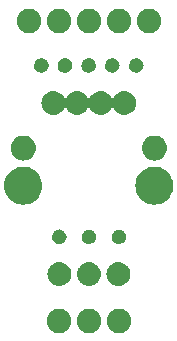
<source format=gbr>
G04 EAGLE Gerber RS-274X export*
G75*
%MOMM*%
%FSLAX34Y34*%
%LPD*%
%INSoldermask Top*%
%IPPOS*%
%AMOC8*
5,1,8,0,0,1.08239X$1,22.5*%
G01*
%ADD10C,2.082800*%

G36*
X107905Y187012D02*
X107905Y187012D01*
X107948Y187024D01*
X108014Y187032D01*
X109613Y187460D01*
X109654Y187479D01*
X109717Y187498D01*
X111218Y188198D01*
X111255Y188224D01*
X111314Y188253D01*
X112670Y189203D01*
X112702Y189235D01*
X112755Y189274D01*
X113926Y190445D01*
X113951Y190482D01*
X113997Y190530D01*
X114947Y191886D01*
X114966Y191927D01*
X115002Y191982D01*
X115702Y193483D01*
X115713Y193526D01*
X115740Y193587D01*
X116168Y195186D01*
X116172Y195231D01*
X116188Y195295D01*
X116332Y196945D01*
X116328Y196989D01*
X116332Y197055D01*
X116188Y198705D01*
X116176Y198748D01*
X116168Y198814D01*
X115740Y200413D01*
X115721Y200454D01*
X115702Y200517D01*
X115002Y202018D01*
X114976Y202055D01*
X114947Y202114D01*
X113997Y203470D01*
X113965Y203502D01*
X113926Y203555D01*
X112755Y204726D01*
X112718Y204751D01*
X112670Y204797D01*
X111314Y205747D01*
X111273Y205766D01*
X111218Y205802D01*
X109717Y206502D01*
X109674Y206513D01*
X109613Y206540D01*
X108014Y206968D01*
X107969Y206972D01*
X107905Y206988D01*
X106255Y207132D01*
X106211Y207128D01*
X106145Y207132D01*
X104495Y206988D01*
X104452Y206976D01*
X104386Y206968D01*
X102787Y206540D01*
X102746Y206521D01*
X102683Y206502D01*
X101182Y205802D01*
X101145Y205776D01*
X101086Y205747D01*
X99730Y204797D01*
X99698Y204765D01*
X99645Y204726D01*
X98474Y203555D01*
X98449Y203518D01*
X98403Y203470D01*
X97453Y202114D01*
X97435Y202073D01*
X97398Y202018D01*
X96698Y200517D01*
X96687Y200474D01*
X96660Y200413D01*
X96232Y198814D01*
X96228Y198769D01*
X96212Y198705D01*
X96200Y198562D01*
X96188Y198705D01*
X96176Y198748D01*
X96168Y198814D01*
X95740Y200413D01*
X95721Y200454D01*
X95702Y200517D01*
X95002Y202018D01*
X94976Y202055D01*
X94947Y202114D01*
X93997Y203470D01*
X93965Y203502D01*
X93926Y203555D01*
X92755Y204726D01*
X92718Y204751D01*
X92670Y204797D01*
X91314Y205747D01*
X91273Y205766D01*
X91218Y205802D01*
X89717Y206502D01*
X89674Y206513D01*
X89613Y206540D01*
X88014Y206968D01*
X87969Y206972D01*
X87905Y206988D01*
X86255Y207132D01*
X86211Y207128D01*
X86145Y207132D01*
X84495Y206988D01*
X84452Y206976D01*
X84386Y206968D01*
X82787Y206540D01*
X82746Y206521D01*
X82683Y206502D01*
X81182Y205802D01*
X81145Y205776D01*
X81086Y205747D01*
X79730Y204797D01*
X79698Y204765D01*
X79645Y204726D01*
X78474Y203555D01*
X78449Y203518D01*
X78403Y203470D01*
X77453Y202114D01*
X77435Y202073D01*
X77398Y202018D01*
X76698Y200517D01*
X76687Y200474D01*
X76660Y200413D01*
X76232Y198814D01*
X76228Y198769D01*
X76212Y198705D01*
X76200Y198562D01*
X76188Y198705D01*
X76176Y198748D01*
X76168Y198814D01*
X75740Y200413D01*
X75721Y200454D01*
X75702Y200517D01*
X75002Y202018D01*
X74976Y202055D01*
X74947Y202114D01*
X73997Y203470D01*
X73965Y203502D01*
X73926Y203555D01*
X72755Y204726D01*
X72718Y204751D01*
X72670Y204797D01*
X71314Y205747D01*
X71273Y205766D01*
X71218Y205802D01*
X69717Y206502D01*
X69674Y206513D01*
X69613Y206540D01*
X68014Y206968D01*
X67969Y206972D01*
X67905Y206988D01*
X66255Y207132D01*
X66211Y207128D01*
X66145Y207132D01*
X64495Y206988D01*
X64452Y206976D01*
X64386Y206968D01*
X62787Y206540D01*
X62746Y206521D01*
X62683Y206502D01*
X61182Y205802D01*
X61145Y205776D01*
X61086Y205747D01*
X59730Y204797D01*
X59698Y204765D01*
X59645Y204726D01*
X58474Y203555D01*
X58449Y203518D01*
X58403Y203470D01*
X57453Y202114D01*
X57435Y202073D01*
X57398Y202018D01*
X56698Y200517D01*
X56687Y200474D01*
X56660Y200413D01*
X56232Y198814D01*
X56228Y198769D01*
X56212Y198705D01*
X56200Y198562D01*
X56188Y198705D01*
X56176Y198748D01*
X56168Y198814D01*
X55740Y200413D01*
X55721Y200454D01*
X55702Y200517D01*
X55002Y202018D01*
X54976Y202055D01*
X54947Y202114D01*
X53997Y203470D01*
X53965Y203502D01*
X53926Y203555D01*
X52755Y204726D01*
X52718Y204751D01*
X52670Y204797D01*
X51314Y205747D01*
X51273Y205766D01*
X51218Y205802D01*
X49717Y206502D01*
X49674Y206513D01*
X49613Y206540D01*
X48014Y206968D01*
X47969Y206972D01*
X47905Y206988D01*
X46255Y207132D01*
X46211Y207128D01*
X46145Y207132D01*
X44495Y206988D01*
X44452Y206976D01*
X44386Y206968D01*
X42787Y206540D01*
X42746Y206521D01*
X42683Y206502D01*
X41182Y205802D01*
X41145Y205776D01*
X41086Y205747D01*
X39730Y204797D01*
X39698Y204765D01*
X39645Y204726D01*
X38474Y203555D01*
X38449Y203518D01*
X38403Y203470D01*
X37453Y202114D01*
X37435Y202073D01*
X37398Y202018D01*
X36698Y200517D01*
X36687Y200474D01*
X36660Y200413D01*
X36232Y198814D01*
X36228Y198769D01*
X36212Y198705D01*
X36068Y197055D01*
X36072Y197011D01*
X36068Y196945D01*
X36212Y195295D01*
X36224Y195252D01*
X36232Y195186D01*
X36660Y193587D01*
X36679Y193546D01*
X36698Y193483D01*
X37398Y191982D01*
X37424Y191945D01*
X37453Y191886D01*
X38403Y190530D01*
X38435Y190498D01*
X38474Y190445D01*
X39645Y189274D01*
X39682Y189249D01*
X39730Y189203D01*
X41086Y188253D01*
X41127Y188235D01*
X41182Y188198D01*
X42683Y187498D01*
X42726Y187487D01*
X42787Y187460D01*
X44386Y187032D01*
X44431Y187028D01*
X44495Y187012D01*
X46145Y186868D01*
X46189Y186872D01*
X46255Y186868D01*
X47905Y187012D01*
X47948Y187024D01*
X48014Y187032D01*
X49613Y187460D01*
X49654Y187479D01*
X49717Y187498D01*
X51218Y188198D01*
X51255Y188224D01*
X51314Y188253D01*
X52670Y189203D01*
X52702Y189235D01*
X52755Y189274D01*
X53926Y190445D01*
X53951Y190482D01*
X53997Y190530D01*
X54947Y191886D01*
X54966Y191927D01*
X55002Y191982D01*
X55702Y193483D01*
X55713Y193526D01*
X55740Y193587D01*
X56168Y195186D01*
X56172Y195231D01*
X56188Y195295D01*
X56200Y195438D01*
X56212Y195295D01*
X56224Y195252D01*
X56232Y195186D01*
X56660Y193587D01*
X56679Y193546D01*
X56698Y193483D01*
X57398Y191982D01*
X57424Y191945D01*
X57453Y191886D01*
X58403Y190530D01*
X58435Y190498D01*
X58474Y190445D01*
X59645Y189274D01*
X59682Y189249D01*
X59730Y189203D01*
X61086Y188253D01*
X61127Y188235D01*
X61182Y188198D01*
X62683Y187498D01*
X62726Y187487D01*
X62787Y187460D01*
X64386Y187032D01*
X64431Y187028D01*
X64495Y187012D01*
X66145Y186868D01*
X66189Y186872D01*
X66255Y186868D01*
X67905Y187012D01*
X67948Y187024D01*
X68014Y187032D01*
X69613Y187460D01*
X69654Y187479D01*
X69717Y187498D01*
X71218Y188198D01*
X71255Y188224D01*
X71314Y188253D01*
X72670Y189203D01*
X72702Y189235D01*
X72755Y189274D01*
X73926Y190445D01*
X73951Y190482D01*
X73997Y190530D01*
X74947Y191886D01*
X74966Y191927D01*
X75002Y191982D01*
X75702Y193483D01*
X75713Y193526D01*
X75740Y193587D01*
X76168Y195186D01*
X76172Y195231D01*
X76188Y195295D01*
X76200Y195438D01*
X76212Y195295D01*
X76224Y195252D01*
X76232Y195186D01*
X76660Y193587D01*
X76679Y193546D01*
X76698Y193483D01*
X77398Y191982D01*
X77424Y191945D01*
X77453Y191886D01*
X78403Y190530D01*
X78435Y190498D01*
X78474Y190445D01*
X79645Y189274D01*
X79682Y189249D01*
X79730Y189203D01*
X81086Y188253D01*
X81127Y188235D01*
X81182Y188198D01*
X82683Y187498D01*
X82726Y187487D01*
X82787Y187460D01*
X84386Y187032D01*
X84431Y187028D01*
X84495Y187012D01*
X86145Y186868D01*
X86189Y186872D01*
X86255Y186868D01*
X87905Y187012D01*
X87948Y187024D01*
X88014Y187032D01*
X89613Y187460D01*
X89654Y187479D01*
X89717Y187498D01*
X91218Y188198D01*
X91255Y188224D01*
X91314Y188253D01*
X92670Y189203D01*
X92702Y189235D01*
X92755Y189274D01*
X93926Y190445D01*
X93951Y190482D01*
X93997Y190530D01*
X94947Y191886D01*
X94966Y191927D01*
X95002Y191982D01*
X95702Y193483D01*
X95713Y193526D01*
X95740Y193587D01*
X96168Y195186D01*
X96172Y195231D01*
X96188Y195295D01*
X96200Y195438D01*
X96212Y195295D01*
X96224Y195252D01*
X96232Y195186D01*
X96660Y193587D01*
X96679Y193546D01*
X96698Y193483D01*
X97398Y191982D01*
X97424Y191945D01*
X97453Y191886D01*
X98403Y190530D01*
X98435Y190498D01*
X98474Y190445D01*
X99645Y189274D01*
X99682Y189249D01*
X99730Y189203D01*
X101086Y188253D01*
X101127Y188235D01*
X101182Y188198D01*
X102683Y187498D01*
X102726Y187487D01*
X102787Y187460D01*
X104386Y187032D01*
X104431Y187028D01*
X104495Y187012D01*
X106145Y186868D01*
X106189Y186872D01*
X106255Y186868D01*
X107905Y187012D01*
G37*
G36*
X134175Y111059D02*
X134175Y111059D01*
X134214Y111069D01*
X134273Y111074D01*
X136638Y111642D01*
X136676Y111658D01*
X136732Y111673D01*
X138980Y112603D01*
X139014Y112626D01*
X139068Y112649D01*
X141142Y113919D01*
X141173Y113947D01*
X141223Y113978D01*
X143072Y115558D01*
X143098Y115589D01*
X143142Y115628D01*
X144722Y117477D01*
X144743Y117513D01*
X144781Y117558D01*
X146051Y119632D01*
X146066Y119670D01*
X146097Y119720D01*
X147027Y121968D01*
X147036Y122008D01*
X147058Y122062D01*
X147626Y124427D01*
X147628Y124468D01*
X147641Y124526D01*
X147832Y126950D01*
X147828Y126991D01*
X147832Y127050D01*
X147641Y129475D01*
X147631Y129514D01*
X147626Y129573D01*
X147058Y131938D01*
X147042Y131976D01*
X147027Y132032D01*
X146097Y134280D01*
X146074Y134314D01*
X146051Y134368D01*
X144781Y136442D01*
X144753Y136473D01*
X144722Y136523D01*
X143142Y138372D01*
X143111Y138398D01*
X143072Y138442D01*
X141223Y140022D01*
X141187Y140043D01*
X141142Y140081D01*
X139068Y141351D01*
X139030Y141366D01*
X138980Y141397D01*
X136732Y142327D01*
X136692Y142336D01*
X136638Y142358D01*
X134273Y142926D01*
X134232Y142928D01*
X134175Y142941D01*
X131750Y143132D01*
X131709Y143128D01*
X131650Y143132D01*
X129226Y142941D01*
X129186Y142931D01*
X129127Y142926D01*
X126762Y142358D01*
X126724Y142342D01*
X126668Y142327D01*
X124420Y141397D01*
X124386Y141374D01*
X124332Y141351D01*
X122258Y140081D01*
X122227Y140053D01*
X122177Y140022D01*
X120328Y138442D01*
X120302Y138411D01*
X120258Y138372D01*
X118678Y136523D01*
X118657Y136487D01*
X118619Y136442D01*
X117349Y134368D01*
X117334Y134330D01*
X117303Y134280D01*
X116373Y132032D01*
X116364Y131992D01*
X116342Y131938D01*
X115774Y129573D01*
X115772Y129532D01*
X115759Y129475D01*
X115568Y127050D01*
X115572Y127009D01*
X115568Y126950D01*
X115759Y124526D01*
X115769Y124486D01*
X115774Y124427D01*
X116342Y122062D01*
X116358Y122024D01*
X116373Y121968D01*
X117303Y119720D01*
X117326Y119686D01*
X117349Y119632D01*
X118619Y117558D01*
X118647Y117527D01*
X118678Y117477D01*
X120258Y115628D01*
X120289Y115602D01*
X120328Y115558D01*
X122177Y113978D01*
X122213Y113957D01*
X122258Y113919D01*
X124332Y112649D01*
X124370Y112634D01*
X124420Y112603D01*
X126668Y111673D01*
X126708Y111664D01*
X126762Y111642D01*
X129127Y111074D01*
X129168Y111072D01*
X129226Y111059D01*
X131650Y110868D01*
X131691Y110872D01*
X131750Y110868D01*
X134175Y111059D01*
G37*
G36*
X23175Y111059D02*
X23175Y111059D01*
X23214Y111069D01*
X23273Y111074D01*
X25638Y111642D01*
X25676Y111658D01*
X25732Y111673D01*
X27980Y112603D01*
X28014Y112626D01*
X28068Y112649D01*
X30142Y113919D01*
X30173Y113947D01*
X30223Y113978D01*
X32072Y115558D01*
X32098Y115589D01*
X32142Y115628D01*
X33722Y117477D01*
X33743Y117513D01*
X33781Y117558D01*
X35051Y119632D01*
X35066Y119670D01*
X35097Y119720D01*
X36027Y121968D01*
X36036Y122008D01*
X36058Y122062D01*
X36626Y124427D01*
X36628Y124468D01*
X36641Y124526D01*
X36832Y126950D01*
X36828Y126991D01*
X36832Y127050D01*
X36641Y129475D01*
X36631Y129514D01*
X36626Y129573D01*
X36058Y131938D01*
X36042Y131976D01*
X36027Y132032D01*
X35097Y134280D01*
X35074Y134314D01*
X35051Y134368D01*
X33781Y136442D01*
X33753Y136473D01*
X33722Y136523D01*
X32142Y138372D01*
X32111Y138398D01*
X32072Y138442D01*
X30223Y140022D01*
X30187Y140043D01*
X30142Y140081D01*
X28068Y141351D01*
X28030Y141366D01*
X27980Y141397D01*
X25732Y142327D01*
X25692Y142336D01*
X25638Y142358D01*
X23273Y142926D01*
X23232Y142928D01*
X23175Y142941D01*
X20750Y143132D01*
X20709Y143128D01*
X20650Y143132D01*
X18226Y142941D01*
X18186Y142931D01*
X18127Y142926D01*
X15762Y142358D01*
X15724Y142342D01*
X15668Y142327D01*
X13420Y141397D01*
X13386Y141374D01*
X13332Y141351D01*
X11258Y140081D01*
X11227Y140053D01*
X11177Y140022D01*
X9328Y138442D01*
X9302Y138411D01*
X9258Y138372D01*
X7678Y136523D01*
X7657Y136487D01*
X7619Y136442D01*
X6349Y134368D01*
X6334Y134330D01*
X6303Y134280D01*
X5373Y132032D01*
X5364Y131992D01*
X5342Y131938D01*
X4774Y129573D01*
X4772Y129532D01*
X4759Y129475D01*
X4568Y127050D01*
X4572Y127009D01*
X4568Y126950D01*
X4759Y124526D01*
X4769Y124486D01*
X4774Y124427D01*
X5342Y122062D01*
X5358Y122024D01*
X5373Y121968D01*
X6303Y119720D01*
X6326Y119686D01*
X6349Y119632D01*
X7619Y117558D01*
X7647Y117527D01*
X7678Y117477D01*
X9258Y115628D01*
X9289Y115602D01*
X9328Y115558D01*
X11177Y113978D01*
X11213Y113957D01*
X11258Y113919D01*
X13332Y112649D01*
X13370Y112634D01*
X13420Y112603D01*
X15668Y111673D01*
X15708Y111664D01*
X15762Y111642D01*
X18127Y111074D01*
X18168Y111072D01*
X18226Y111059D01*
X20650Y110868D01*
X20691Y110872D01*
X20750Y110868D01*
X23175Y111059D01*
G37*
G36*
X133492Y148270D02*
X133492Y148270D01*
X133535Y148282D01*
X133601Y148289D01*
X135284Y148740D01*
X135325Y148759D01*
X135388Y148778D01*
X136968Y149515D01*
X137005Y149541D01*
X137064Y149570D01*
X138492Y150570D01*
X138523Y150602D01*
X138576Y150641D01*
X139809Y151874D01*
X139834Y151910D01*
X139880Y151958D01*
X140880Y153386D01*
X140898Y153427D01*
X140935Y153482D01*
X141672Y155062D01*
X141683Y155105D01*
X141710Y155166D01*
X142161Y156849D01*
X142163Y156881D01*
X142170Y156902D01*
X142170Y156917D01*
X142180Y156958D01*
X142332Y158695D01*
X142328Y158739D01*
X142332Y158805D01*
X142180Y160542D01*
X142168Y160585D01*
X142161Y160651D01*
X141710Y162334D01*
X141691Y162375D01*
X141672Y162438D01*
X140935Y164018D01*
X140909Y164055D01*
X140880Y164114D01*
X139880Y165542D01*
X139848Y165573D01*
X139809Y165626D01*
X138576Y166859D01*
X138540Y166884D01*
X138492Y166930D01*
X137064Y167930D01*
X137023Y167948D01*
X136968Y167985D01*
X135388Y168722D01*
X135345Y168733D01*
X135284Y168760D01*
X133601Y169211D01*
X133556Y169214D01*
X133492Y169230D01*
X131755Y169382D01*
X131711Y169378D01*
X131645Y169382D01*
X129908Y169230D01*
X129865Y169218D01*
X129799Y169211D01*
X128116Y168760D01*
X128075Y168741D01*
X128012Y168722D01*
X126432Y167985D01*
X126395Y167959D01*
X126336Y167930D01*
X124908Y166930D01*
X124877Y166898D01*
X124824Y166859D01*
X123591Y165626D01*
X123566Y165590D01*
X123520Y165542D01*
X122520Y164114D01*
X122502Y164073D01*
X122465Y164018D01*
X121728Y162438D01*
X121717Y162395D01*
X121690Y162334D01*
X121239Y160651D01*
X121236Y160606D01*
X121220Y160542D01*
X121068Y158805D01*
X121072Y158761D01*
X121068Y158695D01*
X121220Y156958D01*
X121232Y156915D01*
X121236Y156881D01*
X121236Y156865D01*
X121238Y156860D01*
X121239Y156849D01*
X121690Y155166D01*
X121709Y155125D01*
X121728Y155062D01*
X122465Y153482D01*
X122491Y153445D01*
X122520Y153386D01*
X123520Y151958D01*
X123552Y151927D01*
X123591Y151874D01*
X124824Y150641D01*
X124860Y150616D01*
X124908Y150570D01*
X126336Y149570D01*
X126377Y149552D01*
X126432Y149515D01*
X128012Y148778D01*
X128055Y148767D01*
X128116Y148740D01*
X129799Y148289D01*
X129844Y148286D01*
X129908Y148270D01*
X131645Y148118D01*
X131689Y148122D01*
X131755Y148118D01*
X133492Y148270D01*
G37*
G36*
X22492Y148270D02*
X22492Y148270D01*
X22535Y148282D01*
X22601Y148289D01*
X24284Y148740D01*
X24325Y148759D01*
X24388Y148778D01*
X25968Y149515D01*
X26005Y149541D01*
X26064Y149570D01*
X27492Y150570D01*
X27523Y150602D01*
X27576Y150641D01*
X28809Y151874D01*
X28834Y151910D01*
X28880Y151958D01*
X29880Y153386D01*
X29898Y153427D01*
X29935Y153482D01*
X30672Y155062D01*
X30683Y155105D01*
X30710Y155166D01*
X31161Y156849D01*
X31163Y156881D01*
X31170Y156902D01*
X31170Y156917D01*
X31180Y156958D01*
X31332Y158695D01*
X31328Y158739D01*
X31332Y158805D01*
X31180Y160542D01*
X31168Y160585D01*
X31161Y160651D01*
X30710Y162334D01*
X30691Y162375D01*
X30672Y162438D01*
X29935Y164018D01*
X29909Y164055D01*
X29880Y164114D01*
X28880Y165542D01*
X28848Y165573D01*
X28809Y165626D01*
X27576Y166859D01*
X27540Y166884D01*
X27492Y166930D01*
X26064Y167930D01*
X26023Y167948D01*
X25968Y167985D01*
X24388Y168722D01*
X24345Y168733D01*
X24284Y168760D01*
X22601Y169211D01*
X22556Y169214D01*
X22492Y169230D01*
X20755Y169382D01*
X20711Y169378D01*
X20645Y169382D01*
X18908Y169230D01*
X18865Y169218D01*
X18799Y169211D01*
X17116Y168760D01*
X17075Y168741D01*
X17012Y168722D01*
X15432Y167985D01*
X15395Y167959D01*
X15336Y167930D01*
X13908Y166930D01*
X13877Y166898D01*
X13824Y166859D01*
X12591Y165626D01*
X12566Y165590D01*
X12520Y165542D01*
X11520Y164114D01*
X11502Y164073D01*
X11465Y164018D01*
X10728Y162438D01*
X10717Y162395D01*
X10690Y162334D01*
X10239Y160651D01*
X10236Y160606D01*
X10220Y160542D01*
X10068Y158805D01*
X10072Y158761D01*
X10068Y158695D01*
X10220Y156958D01*
X10232Y156915D01*
X10236Y156881D01*
X10236Y156865D01*
X10238Y156860D01*
X10239Y156849D01*
X10690Y155166D01*
X10709Y155125D01*
X10728Y155062D01*
X11465Y153482D01*
X11491Y153445D01*
X11520Y153386D01*
X12520Y151958D01*
X12552Y151927D01*
X12591Y151874D01*
X13824Y150641D01*
X13860Y150616D01*
X13908Y150570D01*
X15336Y149570D01*
X15377Y149552D01*
X15432Y149515D01*
X17012Y148778D01*
X17055Y148767D01*
X17116Y148740D01*
X18799Y148289D01*
X18844Y148286D01*
X18908Y148270D01*
X20645Y148118D01*
X20689Y148122D01*
X20755Y148118D01*
X22492Y148270D01*
G37*
G36*
X52905Y42012D02*
X52905Y42012D01*
X52948Y42024D01*
X53014Y42032D01*
X54613Y42460D01*
X54654Y42479D01*
X54717Y42498D01*
X56218Y43198D01*
X56255Y43224D01*
X56314Y43253D01*
X57670Y44203D01*
X57702Y44235D01*
X57755Y44274D01*
X58926Y45445D01*
X58951Y45482D01*
X58997Y45530D01*
X59947Y46886D01*
X59966Y46927D01*
X60002Y46982D01*
X60702Y48483D01*
X60713Y48526D01*
X60740Y48587D01*
X61168Y50186D01*
X61172Y50231D01*
X61188Y50295D01*
X61332Y51945D01*
X61328Y51989D01*
X61332Y52055D01*
X61188Y53705D01*
X61176Y53748D01*
X61168Y53814D01*
X60740Y55413D01*
X60721Y55454D01*
X60702Y55517D01*
X60002Y57018D01*
X59976Y57055D01*
X59947Y57114D01*
X58997Y58470D01*
X58965Y58502D01*
X58926Y58555D01*
X57755Y59726D01*
X57718Y59751D01*
X57670Y59797D01*
X56314Y60747D01*
X56273Y60766D01*
X56218Y60802D01*
X54717Y61502D01*
X54674Y61513D01*
X54613Y61540D01*
X53014Y61968D01*
X52969Y61972D01*
X52905Y61988D01*
X51255Y62132D01*
X51211Y62128D01*
X51145Y62132D01*
X49495Y61988D01*
X49452Y61976D01*
X49386Y61968D01*
X47787Y61540D01*
X47746Y61521D01*
X47683Y61502D01*
X46182Y60802D01*
X46145Y60776D01*
X46086Y60747D01*
X44730Y59797D01*
X44698Y59765D01*
X44645Y59726D01*
X43474Y58555D01*
X43449Y58518D01*
X43403Y58470D01*
X42453Y57114D01*
X42435Y57073D01*
X42398Y57018D01*
X41698Y55517D01*
X41687Y55474D01*
X41660Y55413D01*
X41232Y53814D01*
X41228Y53769D01*
X41212Y53705D01*
X41068Y52055D01*
X41072Y52011D01*
X41068Y51945D01*
X41212Y50295D01*
X41224Y50252D01*
X41232Y50186D01*
X41660Y48587D01*
X41679Y48546D01*
X41698Y48483D01*
X42398Y46982D01*
X42424Y46945D01*
X42453Y46886D01*
X43403Y45530D01*
X43435Y45498D01*
X43474Y45445D01*
X44645Y44274D01*
X44682Y44249D01*
X44730Y44203D01*
X46086Y43253D01*
X46127Y43235D01*
X46182Y43198D01*
X47683Y42498D01*
X47726Y42487D01*
X47787Y42460D01*
X49386Y42032D01*
X49431Y42028D01*
X49495Y42012D01*
X51145Y41868D01*
X51189Y41872D01*
X51255Y41868D01*
X52905Y42012D01*
G37*
G36*
X77905Y42012D02*
X77905Y42012D01*
X77948Y42024D01*
X78014Y42032D01*
X79613Y42460D01*
X79654Y42479D01*
X79717Y42498D01*
X81218Y43198D01*
X81255Y43224D01*
X81314Y43253D01*
X82670Y44203D01*
X82702Y44235D01*
X82755Y44274D01*
X83926Y45445D01*
X83951Y45482D01*
X83997Y45530D01*
X84947Y46886D01*
X84966Y46927D01*
X85002Y46982D01*
X85702Y48483D01*
X85713Y48526D01*
X85740Y48587D01*
X86168Y50186D01*
X86172Y50231D01*
X86188Y50295D01*
X86332Y51945D01*
X86328Y51989D01*
X86332Y52055D01*
X86188Y53705D01*
X86176Y53748D01*
X86168Y53814D01*
X85740Y55413D01*
X85721Y55454D01*
X85702Y55517D01*
X85002Y57018D01*
X84976Y57055D01*
X84947Y57114D01*
X83997Y58470D01*
X83965Y58502D01*
X83926Y58555D01*
X82755Y59726D01*
X82718Y59751D01*
X82670Y59797D01*
X81314Y60747D01*
X81273Y60766D01*
X81218Y60802D01*
X79717Y61502D01*
X79674Y61513D01*
X79613Y61540D01*
X78014Y61968D01*
X77969Y61972D01*
X77905Y61988D01*
X76255Y62132D01*
X76211Y62128D01*
X76145Y62132D01*
X74495Y61988D01*
X74452Y61976D01*
X74386Y61968D01*
X72787Y61540D01*
X72746Y61521D01*
X72683Y61502D01*
X71182Y60802D01*
X71145Y60776D01*
X71086Y60747D01*
X69730Y59797D01*
X69698Y59765D01*
X69645Y59726D01*
X68474Y58555D01*
X68449Y58518D01*
X68403Y58470D01*
X67453Y57114D01*
X67435Y57073D01*
X67398Y57018D01*
X66698Y55517D01*
X66687Y55474D01*
X66660Y55413D01*
X66232Y53814D01*
X66228Y53769D01*
X66212Y53705D01*
X66068Y52055D01*
X66072Y52011D01*
X66068Y51945D01*
X66212Y50295D01*
X66224Y50252D01*
X66232Y50186D01*
X66660Y48587D01*
X66679Y48546D01*
X66698Y48483D01*
X67398Y46982D01*
X67424Y46945D01*
X67453Y46886D01*
X68403Y45530D01*
X68435Y45498D01*
X68474Y45445D01*
X69645Y44274D01*
X69682Y44249D01*
X69730Y44203D01*
X71086Y43253D01*
X71127Y43235D01*
X71182Y43198D01*
X72683Y42498D01*
X72726Y42487D01*
X72787Y42460D01*
X74386Y42032D01*
X74431Y42028D01*
X74495Y42012D01*
X76145Y41868D01*
X76189Y41872D01*
X76255Y41868D01*
X77905Y42012D01*
G37*
G36*
X102905Y42012D02*
X102905Y42012D01*
X102948Y42024D01*
X103014Y42032D01*
X104613Y42460D01*
X104654Y42479D01*
X104717Y42498D01*
X106218Y43198D01*
X106255Y43224D01*
X106314Y43253D01*
X107670Y44203D01*
X107702Y44235D01*
X107755Y44274D01*
X108926Y45445D01*
X108951Y45482D01*
X108997Y45530D01*
X109947Y46886D01*
X109966Y46927D01*
X110002Y46982D01*
X110702Y48483D01*
X110713Y48526D01*
X110740Y48587D01*
X111168Y50186D01*
X111172Y50231D01*
X111188Y50295D01*
X111332Y51945D01*
X111328Y51989D01*
X111332Y52055D01*
X111188Y53705D01*
X111176Y53748D01*
X111168Y53814D01*
X110740Y55413D01*
X110721Y55454D01*
X110702Y55517D01*
X110002Y57018D01*
X109976Y57055D01*
X109947Y57114D01*
X108997Y58470D01*
X108965Y58502D01*
X108926Y58555D01*
X107755Y59726D01*
X107718Y59751D01*
X107670Y59797D01*
X106314Y60747D01*
X106273Y60766D01*
X106218Y60802D01*
X104717Y61502D01*
X104674Y61513D01*
X104613Y61540D01*
X103014Y61968D01*
X102969Y61972D01*
X102905Y61988D01*
X101255Y62132D01*
X101211Y62128D01*
X101145Y62132D01*
X99495Y61988D01*
X99452Y61976D01*
X99386Y61968D01*
X97787Y61540D01*
X97746Y61521D01*
X97683Y61502D01*
X96182Y60802D01*
X96145Y60776D01*
X96086Y60747D01*
X94730Y59797D01*
X94698Y59765D01*
X94645Y59726D01*
X93474Y58555D01*
X93449Y58518D01*
X93403Y58470D01*
X92453Y57114D01*
X92435Y57073D01*
X92398Y57018D01*
X91698Y55517D01*
X91687Y55474D01*
X91660Y55413D01*
X91232Y53814D01*
X91228Y53769D01*
X91212Y53705D01*
X91068Y52055D01*
X91072Y52011D01*
X91068Y51945D01*
X91212Y50295D01*
X91224Y50252D01*
X91232Y50186D01*
X91660Y48587D01*
X91679Y48546D01*
X91698Y48483D01*
X92398Y46982D01*
X92424Y46945D01*
X92453Y46886D01*
X93403Y45530D01*
X93435Y45498D01*
X93474Y45445D01*
X94645Y44274D01*
X94682Y44249D01*
X94730Y44203D01*
X96086Y43253D01*
X96127Y43235D01*
X96182Y43198D01*
X97683Y42498D01*
X97726Y42487D01*
X97787Y42460D01*
X99386Y42032D01*
X99431Y42028D01*
X99495Y42012D01*
X101145Y41868D01*
X101189Y41872D01*
X101255Y41868D01*
X102905Y42012D01*
G37*
G36*
X116387Y222621D02*
X116387Y222621D01*
X116422Y222619D01*
X117495Y222725D01*
X117541Y222738D01*
X117617Y222749D01*
X118649Y223062D01*
X118692Y223084D01*
X118764Y223109D01*
X119715Y223618D01*
X119752Y223647D01*
X119818Y223687D01*
X120651Y224371D01*
X120683Y224407D01*
X120739Y224459D01*
X121423Y225292D01*
X121447Y225334D01*
X121492Y225395D01*
X122001Y226346D01*
X122016Y226392D01*
X122048Y226461D01*
X122361Y227493D01*
X122367Y227541D01*
X122375Y227572D01*
X122383Y227596D01*
X122383Y227603D01*
X122386Y227615D01*
X122491Y228688D01*
X122487Y228736D01*
X122491Y228812D01*
X122386Y229885D01*
X122372Y229931D01*
X122361Y230007D01*
X122048Y231039D01*
X122026Y231082D01*
X122001Y231154D01*
X121492Y232105D01*
X121463Y232142D01*
X121423Y232208D01*
X120739Y233041D01*
X120703Y233073D01*
X120651Y233129D01*
X119818Y233813D01*
X119776Y233837D01*
X119715Y233882D01*
X118764Y234391D01*
X118718Y234406D01*
X118649Y234438D01*
X117988Y234639D01*
X117617Y234751D01*
X117569Y234757D01*
X117495Y234776D01*
X116422Y234881D01*
X116374Y234877D01*
X116298Y234881D01*
X115225Y234776D01*
X115179Y234762D01*
X115103Y234751D01*
X114071Y234438D01*
X114028Y234416D01*
X113956Y234391D01*
X113005Y233882D01*
X112968Y233853D01*
X112902Y233813D01*
X112069Y233129D01*
X112037Y233093D01*
X111981Y233041D01*
X111297Y232208D01*
X111273Y232166D01*
X111228Y232105D01*
X110719Y231154D01*
X110705Y231108D01*
X110672Y231039D01*
X110359Y230007D01*
X110353Y229959D01*
X110335Y229885D01*
X110229Y228812D01*
X110231Y228785D01*
X110226Y228750D01*
X110226Y228250D01*
X110231Y228220D01*
X110230Y228179D01*
X110355Y227066D01*
X110370Y227018D01*
X110387Y226928D01*
X110757Y225871D01*
X110781Y225827D01*
X110818Y225743D01*
X111414Y224795D01*
X111448Y224758D01*
X111502Y224684D01*
X112294Y223892D01*
X112335Y223864D01*
X112405Y223804D01*
X113353Y223208D01*
X113400Y223189D01*
X113481Y223147D01*
X114538Y222777D01*
X114588Y222769D01*
X114676Y222745D01*
X115789Y222620D01*
X115820Y222622D01*
X115860Y222616D01*
X116360Y222616D01*
X116387Y222621D01*
G37*
G36*
X76067Y222621D02*
X76067Y222621D01*
X76102Y222619D01*
X77175Y222725D01*
X77221Y222738D01*
X77297Y222749D01*
X78329Y223062D01*
X78372Y223084D01*
X78444Y223109D01*
X79395Y223618D01*
X79432Y223647D01*
X79498Y223687D01*
X80331Y224371D01*
X80363Y224407D01*
X80419Y224459D01*
X81103Y225292D01*
X81127Y225334D01*
X81172Y225395D01*
X81681Y226346D01*
X81696Y226392D01*
X81728Y226461D01*
X82041Y227493D01*
X82047Y227541D01*
X82055Y227572D01*
X82063Y227596D01*
X82063Y227603D01*
X82066Y227615D01*
X82171Y228688D01*
X82167Y228736D01*
X82171Y228812D01*
X82066Y229885D01*
X82052Y229931D01*
X82041Y230007D01*
X81728Y231039D01*
X81706Y231082D01*
X81681Y231154D01*
X81172Y232105D01*
X81143Y232142D01*
X81103Y232208D01*
X80419Y233041D01*
X80383Y233073D01*
X80331Y233129D01*
X79498Y233813D01*
X79456Y233837D01*
X79395Y233882D01*
X78444Y234391D01*
X78398Y234406D01*
X78329Y234438D01*
X77668Y234639D01*
X77297Y234751D01*
X77249Y234757D01*
X77175Y234776D01*
X76102Y234881D01*
X76054Y234877D01*
X75978Y234881D01*
X74905Y234776D01*
X74859Y234762D01*
X74783Y234751D01*
X73751Y234438D01*
X73708Y234416D01*
X73636Y234391D01*
X72685Y233882D01*
X72648Y233853D01*
X72582Y233813D01*
X71749Y233129D01*
X71717Y233093D01*
X71661Y233041D01*
X70977Y232208D01*
X70953Y232166D01*
X70908Y232105D01*
X70399Y231154D01*
X70385Y231108D01*
X70352Y231039D01*
X70039Y230007D01*
X70033Y229959D01*
X70015Y229885D01*
X69909Y228812D01*
X69911Y228785D01*
X69906Y228750D01*
X69906Y228250D01*
X69911Y228220D01*
X69910Y228179D01*
X70035Y227066D01*
X70050Y227018D01*
X70067Y226928D01*
X70437Y225871D01*
X70461Y225827D01*
X70498Y225743D01*
X71094Y224795D01*
X71128Y224758D01*
X71182Y224684D01*
X71974Y223892D01*
X72015Y223864D01*
X72085Y223804D01*
X73033Y223208D01*
X73080Y223189D01*
X73161Y223147D01*
X74218Y222777D01*
X74268Y222769D01*
X74356Y222745D01*
X75469Y222620D01*
X75500Y222622D01*
X75540Y222616D01*
X76040Y222616D01*
X76067Y222621D01*
G37*
G36*
X56067Y222621D02*
X56067Y222621D01*
X56102Y222619D01*
X57175Y222725D01*
X57221Y222738D01*
X57297Y222749D01*
X58329Y223062D01*
X58372Y223084D01*
X58444Y223109D01*
X59395Y223618D01*
X59432Y223647D01*
X59498Y223687D01*
X60331Y224371D01*
X60363Y224407D01*
X60419Y224459D01*
X61103Y225292D01*
X61127Y225334D01*
X61172Y225395D01*
X61681Y226346D01*
X61696Y226392D01*
X61728Y226461D01*
X62041Y227493D01*
X62047Y227541D01*
X62055Y227572D01*
X62063Y227596D01*
X62063Y227603D01*
X62066Y227615D01*
X62171Y228688D01*
X62167Y228736D01*
X62171Y228812D01*
X62066Y229885D01*
X62052Y229931D01*
X62041Y230007D01*
X61728Y231039D01*
X61706Y231082D01*
X61681Y231154D01*
X61172Y232105D01*
X61143Y232142D01*
X61103Y232208D01*
X60419Y233041D01*
X60383Y233073D01*
X60331Y233129D01*
X59498Y233813D01*
X59456Y233837D01*
X59395Y233882D01*
X58444Y234391D01*
X58398Y234406D01*
X58329Y234438D01*
X57668Y234639D01*
X57297Y234751D01*
X57249Y234757D01*
X57175Y234776D01*
X56102Y234881D01*
X56054Y234877D01*
X55978Y234881D01*
X54905Y234776D01*
X54859Y234762D01*
X54783Y234751D01*
X53751Y234438D01*
X53708Y234416D01*
X53636Y234391D01*
X52685Y233882D01*
X52648Y233853D01*
X52582Y233813D01*
X51749Y233129D01*
X51717Y233093D01*
X51661Y233041D01*
X50977Y232208D01*
X50953Y232166D01*
X50908Y232105D01*
X50399Y231154D01*
X50385Y231108D01*
X50352Y231039D01*
X50039Y230007D01*
X50033Y229959D01*
X50015Y229885D01*
X49909Y228812D01*
X49911Y228785D01*
X49906Y228750D01*
X49906Y228250D01*
X49911Y228220D01*
X49910Y228179D01*
X50035Y227066D01*
X50050Y227018D01*
X50067Y226928D01*
X50437Y225871D01*
X50461Y225827D01*
X50498Y225743D01*
X51094Y224795D01*
X51128Y224758D01*
X51182Y224684D01*
X51974Y223892D01*
X52015Y223864D01*
X52085Y223804D01*
X53033Y223208D01*
X53080Y223189D01*
X53161Y223147D01*
X54218Y222777D01*
X54268Y222769D01*
X54356Y222745D01*
X55469Y222620D01*
X55500Y222622D01*
X55540Y222616D01*
X56040Y222616D01*
X56067Y222621D01*
G37*
G36*
X36067Y222621D02*
X36067Y222621D01*
X36102Y222619D01*
X37175Y222725D01*
X37221Y222738D01*
X37297Y222749D01*
X38329Y223062D01*
X38372Y223084D01*
X38444Y223109D01*
X39395Y223618D01*
X39432Y223647D01*
X39498Y223687D01*
X40331Y224371D01*
X40363Y224407D01*
X40419Y224459D01*
X41103Y225292D01*
X41127Y225334D01*
X41172Y225395D01*
X41681Y226346D01*
X41696Y226392D01*
X41728Y226461D01*
X42041Y227493D01*
X42047Y227541D01*
X42055Y227572D01*
X42063Y227596D01*
X42063Y227603D01*
X42066Y227615D01*
X42171Y228688D01*
X42167Y228736D01*
X42171Y228812D01*
X42066Y229885D01*
X42052Y229931D01*
X42041Y230007D01*
X41728Y231039D01*
X41706Y231082D01*
X41681Y231154D01*
X41172Y232105D01*
X41143Y232142D01*
X41103Y232208D01*
X40419Y233041D01*
X40383Y233073D01*
X40331Y233129D01*
X39498Y233813D01*
X39456Y233837D01*
X39395Y233882D01*
X38444Y234391D01*
X38398Y234406D01*
X38329Y234438D01*
X37668Y234639D01*
X37297Y234751D01*
X37249Y234757D01*
X37175Y234776D01*
X36102Y234881D01*
X36054Y234877D01*
X35978Y234881D01*
X34905Y234776D01*
X34859Y234762D01*
X34783Y234751D01*
X33751Y234438D01*
X33708Y234416D01*
X33636Y234391D01*
X32685Y233882D01*
X32648Y233853D01*
X32582Y233813D01*
X31749Y233129D01*
X31717Y233093D01*
X31661Y233041D01*
X30977Y232208D01*
X30953Y232166D01*
X30908Y232105D01*
X30399Y231154D01*
X30385Y231108D01*
X30352Y231039D01*
X30039Y230007D01*
X30033Y229959D01*
X30015Y229885D01*
X29909Y228812D01*
X29911Y228785D01*
X29906Y228750D01*
X29906Y228250D01*
X29911Y228220D01*
X29910Y228179D01*
X30035Y227066D01*
X30050Y227018D01*
X30067Y226928D01*
X30437Y225871D01*
X30461Y225827D01*
X30498Y225743D01*
X31094Y224795D01*
X31128Y224758D01*
X31182Y224684D01*
X31974Y223892D01*
X32015Y223864D01*
X32085Y223804D01*
X33033Y223208D01*
X33080Y223189D01*
X33161Y223147D01*
X34218Y222777D01*
X34268Y222769D01*
X34356Y222745D01*
X35469Y222620D01*
X35500Y222622D01*
X35540Y222616D01*
X36040Y222616D01*
X36067Y222621D01*
G37*
G36*
X96067Y222621D02*
X96067Y222621D01*
X96102Y222619D01*
X97175Y222725D01*
X97221Y222738D01*
X97297Y222749D01*
X98329Y223062D01*
X98372Y223084D01*
X98444Y223109D01*
X99395Y223618D01*
X99432Y223647D01*
X99498Y223687D01*
X100331Y224371D01*
X100363Y224407D01*
X100419Y224459D01*
X101103Y225292D01*
X101127Y225334D01*
X101172Y225395D01*
X101681Y226346D01*
X101696Y226392D01*
X101728Y226461D01*
X102041Y227493D01*
X102047Y227541D01*
X102055Y227572D01*
X102063Y227596D01*
X102063Y227603D01*
X102066Y227615D01*
X102171Y228688D01*
X102167Y228736D01*
X102171Y228812D01*
X102066Y229885D01*
X102052Y229931D01*
X102041Y230007D01*
X101728Y231039D01*
X101706Y231082D01*
X101681Y231154D01*
X101172Y232105D01*
X101143Y232142D01*
X101103Y232208D01*
X100419Y233041D01*
X100383Y233073D01*
X100331Y233129D01*
X99498Y233813D01*
X99456Y233837D01*
X99395Y233882D01*
X98444Y234391D01*
X98398Y234406D01*
X98329Y234438D01*
X97668Y234639D01*
X97297Y234751D01*
X97249Y234757D01*
X97175Y234776D01*
X96102Y234881D01*
X96054Y234877D01*
X95978Y234881D01*
X94905Y234776D01*
X94859Y234762D01*
X94783Y234751D01*
X93751Y234438D01*
X93708Y234416D01*
X93636Y234391D01*
X92685Y233882D01*
X92648Y233853D01*
X92582Y233813D01*
X91749Y233129D01*
X91717Y233093D01*
X91661Y233041D01*
X90977Y232208D01*
X90953Y232166D01*
X90908Y232105D01*
X90399Y231154D01*
X90385Y231108D01*
X90352Y231039D01*
X90039Y230007D01*
X90033Y229959D01*
X90015Y229885D01*
X89909Y228812D01*
X89911Y228785D01*
X89906Y228750D01*
X89906Y228250D01*
X89911Y228220D01*
X89910Y228179D01*
X90035Y227066D01*
X90050Y227018D01*
X90067Y226928D01*
X90437Y225871D01*
X90461Y225827D01*
X90498Y225743D01*
X91094Y224795D01*
X91128Y224758D01*
X91182Y224684D01*
X91974Y223892D01*
X92015Y223864D01*
X92085Y223804D01*
X93033Y223208D01*
X93080Y223189D01*
X93161Y223147D01*
X94218Y222777D01*
X94268Y222769D01*
X94356Y222745D01*
X95469Y222620D01*
X95500Y222622D01*
X95540Y222616D01*
X96040Y222616D01*
X96067Y222621D01*
G37*
G36*
X101727Y77621D02*
X101727Y77621D01*
X101762Y77619D01*
X102835Y77725D01*
X102881Y77738D01*
X102957Y77749D01*
X103989Y78062D01*
X104032Y78084D01*
X104104Y78109D01*
X105055Y78618D01*
X105092Y78647D01*
X105158Y78687D01*
X105991Y79371D01*
X106023Y79407D01*
X106079Y79459D01*
X106763Y80292D01*
X106787Y80334D01*
X106832Y80395D01*
X107341Y81346D01*
X107356Y81392D01*
X107388Y81461D01*
X107701Y82493D01*
X107707Y82541D01*
X107715Y82572D01*
X107723Y82596D01*
X107723Y82603D01*
X107726Y82615D01*
X107831Y83688D01*
X107827Y83736D01*
X107831Y83812D01*
X107726Y84885D01*
X107712Y84931D01*
X107701Y85007D01*
X107388Y86039D01*
X107366Y86082D01*
X107341Y86154D01*
X106832Y87105D01*
X106803Y87142D01*
X106763Y87208D01*
X106079Y88041D01*
X106043Y88073D01*
X105991Y88129D01*
X105158Y88813D01*
X105116Y88837D01*
X105055Y88882D01*
X104104Y89391D01*
X104058Y89406D01*
X103989Y89438D01*
X103328Y89639D01*
X102957Y89751D01*
X102909Y89757D01*
X102835Y89776D01*
X101762Y89881D01*
X101714Y89877D01*
X101638Y89881D01*
X100565Y89776D01*
X100519Y89762D01*
X100443Y89751D01*
X99411Y89438D01*
X99368Y89416D01*
X99296Y89391D01*
X98345Y88882D01*
X98308Y88853D01*
X98242Y88813D01*
X97409Y88129D01*
X97377Y88093D01*
X97321Y88041D01*
X96637Y87208D01*
X96613Y87166D01*
X96568Y87105D01*
X96059Y86154D01*
X96045Y86108D01*
X96012Y86039D01*
X95699Y85007D01*
X95693Y84959D01*
X95675Y84885D01*
X95569Y83812D01*
X95571Y83785D01*
X95566Y83750D01*
X95566Y83250D01*
X95571Y83220D01*
X95570Y83179D01*
X95695Y82066D01*
X95710Y82018D01*
X95727Y81928D01*
X96097Y80871D01*
X96121Y80827D01*
X96158Y80743D01*
X96754Y79795D01*
X96788Y79758D01*
X96842Y79684D01*
X97634Y78892D01*
X97675Y78864D01*
X97745Y78804D01*
X98693Y78208D01*
X98740Y78189D01*
X98821Y78147D01*
X99878Y77777D01*
X99928Y77769D01*
X100016Y77745D01*
X101129Y77620D01*
X101160Y77622D01*
X101200Y77616D01*
X101700Y77616D01*
X101727Y77621D01*
G37*
G36*
X51227Y77621D02*
X51227Y77621D01*
X51262Y77619D01*
X52335Y77725D01*
X52381Y77738D01*
X52457Y77749D01*
X53489Y78062D01*
X53532Y78084D01*
X53604Y78109D01*
X54555Y78618D01*
X54592Y78647D01*
X54658Y78687D01*
X55491Y79371D01*
X55523Y79407D01*
X55579Y79459D01*
X56263Y80292D01*
X56287Y80334D01*
X56332Y80395D01*
X56841Y81346D01*
X56856Y81392D01*
X56888Y81461D01*
X57201Y82493D01*
X57207Y82541D01*
X57215Y82572D01*
X57223Y82596D01*
X57223Y82603D01*
X57226Y82615D01*
X57331Y83688D01*
X57327Y83736D01*
X57331Y83812D01*
X57226Y84885D01*
X57212Y84931D01*
X57201Y85007D01*
X56888Y86039D01*
X56866Y86082D01*
X56841Y86154D01*
X56332Y87105D01*
X56303Y87142D01*
X56263Y87208D01*
X55579Y88041D01*
X55543Y88073D01*
X55491Y88129D01*
X54658Y88813D01*
X54616Y88837D01*
X54555Y88882D01*
X53604Y89391D01*
X53558Y89406D01*
X53489Y89438D01*
X52828Y89639D01*
X52457Y89751D01*
X52409Y89757D01*
X52335Y89776D01*
X51262Y89881D01*
X51214Y89877D01*
X51138Y89881D01*
X50065Y89776D01*
X50019Y89762D01*
X49943Y89751D01*
X48911Y89438D01*
X48868Y89416D01*
X48796Y89391D01*
X47845Y88882D01*
X47808Y88853D01*
X47742Y88813D01*
X46909Y88129D01*
X46877Y88093D01*
X46821Y88041D01*
X46137Y87208D01*
X46113Y87166D01*
X46068Y87105D01*
X45559Y86154D01*
X45545Y86108D01*
X45512Y86039D01*
X45199Y85007D01*
X45193Y84959D01*
X45175Y84885D01*
X45069Y83812D01*
X45071Y83785D01*
X45066Y83750D01*
X45066Y83250D01*
X45071Y83220D01*
X45070Y83179D01*
X45195Y82066D01*
X45210Y82018D01*
X45227Y81928D01*
X45597Y80871D01*
X45621Y80827D01*
X45658Y80743D01*
X46254Y79795D01*
X46288Y79758D01*
X46342Y79684D01*
X47134Y78892D01*
X47175Y78864D01*
X47245Y78804D01*
X48193Y78208D01*
X48240Y78189D01*
X48321Y78147D01*
X49378Y77777D01*
X49428Y77769D01*
X49516Y77745D01*
X50629Y77620D01*
X50660Y77622D01*
X50700Y77616D01*
X51200Y77616D01*
X51227Y77621D01*
G37*
G36*
X76227Y77621D02*
X76227Y77621D01*
X76262Y77619D01*
X77335Y77725D01*
X77381Y77738D01*
X77457Y77749D01*
X78489Y78062D01*
X78532Y78084D01*
X78604Y78109D01*
X79555Y78618D01*
X79592Y78647D01*
X79658Y78687D01*
X80491Y79371D01*
X80523Y79407D01*
X80579Y79459D01*
X81263Y80292D01*
X81287Y80334D01*
X81332Y80395D01*
X81841Y81346D01*
X81856Y81392D01*
X81888Y81461D01*
X82201Y82493D01*
X82207Y82541D01*
X82215Y82572D01*
X82223Y82596D01*
X82223Y82603D01*
X82226Y82615D01*
X82331Y83688D01*
X82327Y83736D01*
X82331Y83812D01*
X82226Y84885D01*
X82212Y84931D01*
X82201Y85007D01*
X81888Y86039D01*
X81866Y86082D01*
X81841Y86154D01*
X81332Y87105D01*
X81303Y87142D01*
X81263Y87208D01*
X80579Y88041D01*
X80543Y88073D01*
X80491Y88129D01*
X79658Y88813D01*
X79616Y88837D01*
X79555Y88882D01*
X78604Y89391D01*
X78558Y89406D01*
X78489Y89438D01*
X77828Y89639D01*
X77457Y89751D01*
X77409Y89757D01*
X77335Y89776D01*
X76262Y89881D01*
X76214Y89877D01*
X76138Y89881D01*
X75065Y89776D01*
X75019Y89762D01*
X74943Y89751D01*
X73911Y89438D01*
X73868Y89416D01*
X73796Y89391D01*
X72845Y88882D01*
X72808Y88853D01*
X72742Y88813D01*
X71909Y88129D01*
X71877Y88093D01*
X71821Y88041D01*
X71137Y87208D01*
X71113Y87166D01*
X71068Y87105D01*
X70559Y86154D01*
X70545Y86108D01*
X70512Y86039D01*
X70199Y85007D01*
X70193Y84959D01*
X70175Y84885D01*
X70069Y83812D01*
X70071Y83785D01*
X70066Y83750D01*
X70066Y83250D01*
X70071Y83220D01*
X70070Y83179D01*
X70195Y82066D01*
X70210Y82018D01*
X70227Y81928D01*
X70597Y80871D01*
X70621Y80827D01*
X70658Y80743D01*
X71254Y79795D01*
X71288Y79758D01*
X71342Y79684D01*
X72134Y78892D01*
X72175Y78864D01*
X72245Y78804D01*
X73193Y78208D01*
X73240Y78189D01*
X73321Y78147D01*
X74378Y77777D01*
X74428Y77769D01*
X74516Y77745D01*
X75629Y77620D01*
X75660Y77622D01*
X75700Y77616D01*
X76200Y77616D01*
X76227Y77621D01*
G37*
D10*
X50800Y12700D03*
X76200Y12700D03*
X101600Y12700D03*
X127000Y266700D03*
X101600Y266700D03*
X76200Y266700D03*
X50800Y266700D03*
X25400Y266700D03*
M02*

</source>
